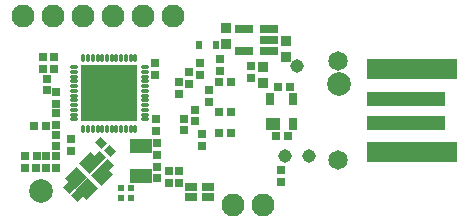
<source format=gts>
%FSLAX24Y24*%
%MOIN*%
G70*
G01*
G75*
G04 Layer_Color=8388736*
%ADD10R,0.0197X0.0236*%
%ADD11R,0.0217X0.0236*%
%ADD12R,0.0394X0.0335*%
%ADD13R,0.0236X0.0335*%
%ADD14R,0.0236X0.0217*%
%ADD15R,0.0315X0.0295*%
%ADD16R,0.0335X0.0256*%
%ADD17R,0.0236X0.0197*%
%ADD18R,0.0709X0.0394*%
%ADD19R,0.0177X0.0177*%
G04:AMPARAMS|DCode=20|XSize=47.2mil|YSize=43.3mil|CornerRadius=0mil|HoleSize=0mil|Usage=FLASHONLY|Rotation=45.000|XOffset=0mil|YOffset=0mil|HoleType=Round|Shape=Rectangle|*
%AMROTATEDRECTD20*
4,1,4,-0.0014,-0.0320,-0.0320,-0.0014,0.0014,0.0320,0.0320,0.0014,-0.0014,-0.0320,0.0*
%
%ADD20ROTATEDRECTD20*%

%ADD21R,0.0256X0.0197*%
%ADD22R,0.0197X0.0256*%
%ADD23O,0.0256X0.0079*%
%ADD24O,0.0079X0.0256*%
%ADD25R,0.1850X0.1850*%
%ADD26R,0.0571X0.0217*%
%ADD27R,0.0571X0.0217*%
%ADD28R,0.2560X0.0400*%
%ADD29R,0.2960X0.0600*%
G04:AMPARAMS|DCode=30|XSize=19.7mil|YSize=23.6mil|CornerRadius=0mil|HoleSize=0mil|Usage=FLASHONLY|Rotation=225.000|XOffset=0mil|YOffset=0mil|HoleType=Round|Shape=Rectangle|*
%AMROTATEDRECTD30*
4,1,4,-0.0014,0.0153,0.0153,-0.0014,0.0014,-0.0153,-0.0153,0.0014,-0.0014,0.0153,0.0*
%
%ADD30ROTATEDRECTD30*%

%ADD31C,0.0394*%
%ADD32R,0.0157X0.0197*%
%ADD33C,0.0150*%
%ADD34C,0.0060*%
%ADD35C,0.0050*%
%ADD36C,0.0100*%
%ADD37C,0.0080*%
%ADD38C,0.0070*%
%ADD39C,0.0090*%
%ADD40C,0.0200*%
%ADD41R,0.0680X0.0410*%
%ADD42C,0.0390*%
%ADD43C,0.0197*%
%ADD44C,0.0118*%
%ADD45C,0.0591*%
%ADD46C,0.0709*%
%ADD47C,0.0240*%
%ADD48C,0.0138*%
%ADD49C,0.0310*%
%ADD50R,0.0551X0.0413*%
%ADD51R,0.0472X0.0433*%
%ADD52C,0.0098*%
%ADD53C,0.0039*%
%ADD54C,0.0079*%
%ADD55C,0.0059*%
%ADD56R,0.0257X0.0296*%
%ADD57R,0.0277X0.0296*%
%ADD58R,0.0454X0.0395*%
%ADD59R,0.0296X0.0395*%
%ADD60R,0.0296X0.0277*%
%ADD61R,0.0375X0.0355*%
%ADD62R,0.0395X0.0316*%
%ADD63R,0.0296X0.0257*%
%ADD64R,0.0769X0.0454*%
%ADD65R,0.0237X0.0237*%
G04:AMPARAMS|DCode=66|XSize=53.2mil|YSize=49.3mil|CornerRadius=0mil|HoleSize=0mil|Usage=FLASHONLY|Rotation=45.000|XOffset=0mil|YOffset=0mil|HoleType=Round|Shape=Rectangle|*
%AMROTATEDRECTD66*
4,1,4,-0.0014,-0.0363,-0.0363,-0.0014,0.0014,0.0363,0.0363,0.0014,-0.0014,-0.0363,0.0*
%
%ADD66ROTATEDRECTD66*%

%ADD67R,0.0316X0.0257*%
%ADD68R,0.0257X0.0316*%
%ADD69O,0.0316X0.0139*%
%ADD70O,0.0139X0.0316*%
%ADD71R,0.1910X0.1910*%
%ADD72R,0.0631X0.0277*%
%ADD73R,0.0631X0.0277*%
%ADD74R,0.2620X0.0460*%
%ADD75R,0.3020X0.0660*%
G04:AMPARAMS|DCode=76|XSize=25.7mil|YSize=29.6mil|CornerRadius=0mil|HoleSize=0mil|Usage=FLASHONLY|Rotation=225.000|XOffset=0mil|YOffset=0mil|HoleType=Round|Shape=Rectangle|*
%AMROTATEDRECTD76*
4,1,4,-0.0014,0.0196,0.0196,-0.0014,0.0014,-0.0196,-0.0196,0.0014,-0.0014,0.0196,0.0*
%
%ADD76ROTATEDRECTD76*%

%ADD77C,0.0787*%
%ADD78R,0.0217X0.0257*%
%ADD79C,0.0450*%
%ADD80C,0.0651*%
%ADD81C,0.0769*%
D56*
X2540Y1637D02*
D03*
Y1243D02*
D03*
X6200Y2857D02*
D03*
Y2463D02*
D03*
X9365Y4637D02*
D03*
Y4243D02*
D03*
X8310Y4877D02*
D03*
Y4483D02*
D03*
X7660Y4737D02*
D03*
Y4343D02*
D03*
X7300Y4437D02*
D03*
Y4043D02*
D03*
X7140Y2493D02*
D03*
Y2887D02*
D03*
X7480Y2793D02*
D03*
Y3187D02*
D03*
X7720Y1973D02*
D03*
Y2367D02*
D03*
X2850Y1637D02*
D03*
Y1243D02*
D03*
X3350Y2207D02*
D03*
Y1813D02*
D03*
X2850Y3057D02*
D03*
Y2663D02*
D03*
X2440Y4533D02*
D03*
Y4927D02*
D03*
X2800Y4533D02*
D03*
Y4927D02*
D03*
X6160Y4354D02*
D03*
Y4747D02*
D03*
X6960Y4107D02*
D03*
Y3713D02*
D03*
X6240Y2067D02*
D03*
Y1673D02*
D03*
Y893D02*
D03*
Y1287D02*
D03*
D57*
X10360Y763D02*
D03*
Y1157D02*
D03*
X7970Y3433D02*
D03*
Y3827D02*
D03*
X6970Y743D02*
D03*
Y1137D02*
D03*
X6610Y743D02*
D03*
Y1137D02*
D03*
D58*
X10085Y2716D02*
D03*
D59*
X10754D02*
D03*
Y3524D02*
D03*
X10006D02*
D03*
D60*
X10647Y3950D02*
D03*
X10253D02*
D03*
X1823Y1640D02*
D03*
X2217D02*
D03*
X10597Y2290D02*
D03*
X10203D02*
D03*
D61*
X9770Y4596D02*
D03*
Y4064D02*
D03*
X8540Y5896D02*
D03*
Y5364D02*
D03*
X10520Y4934D02*
D03*
Y5466D02*
D03*
D62*
X7915Y263D02*
D03*
X7345D02*
D03*
Y597D02*
D03*
X7915D02*
D03*
D63*
X8687Y2400D02*
D03*
X8293D02*
D03*
X8283Y3090D02*
D03*
X8677D02*
D03*
X8283Y4120D02*
D03*
X8677D02*
D03*
X2537Y2640D02*
D03*
X2143D02*
D03*
D64*
X5680Y978D02*
D03*
Y1962D02*
D03*
D65*
X5367Y577D02*
D03*
Y243D02*
D03*
X5033D02*
D03*
Y577D02*
D03*
D66*
X4381Y1002D02*
D03*
X3992Y1392D02*
D03*
X3908Y529D02*
D03*
X3519Y918D02*
D03*
D67*
X1833Y1230D02*
D03*
X2207D02*
D03*
D68*
X2850Y1963D02*
D03*
Y2337D02*
D03*
Y3383D02*
D03*
Y3757D02*
D03*
X2570Y3833D02*
D03*
Y4207D02*
D03*
D69*
X5831Y2864D02*
D03*
Y3021D02*
D03*
Y3179D02*
D03*
Y3336D02*
D03*
Y3494D02*
D03*
Y3651D02*
D03*
Y3809D02*
D03*
Y3966D02*
D03*
Y4124D02*
D03*
Y4281D02*
D03*
Y4439D02*
D03*
Y4596D02*
D03*
X3449D02*
D03*
Y4439D02*
D03*
Y4281D02*
D03*
Y4124D02*
D03*
Y3966D02*
D03*
Y3809D02*
D03*
Y3651D02*
D03*
Y3494D02*
D03*
Y3336D02*
D03*
Y3179D02*
D03*
Y3021D02*
D03*
Y2864D02*
D03*
D70*
X5506Y4921D02*
D03*
X5349D02*
D03*
X5191D02*
D03*
X5034D02*
D03*
X4876D02*
D03*
X4719D02*
D03*
X4561D02*
D03*
X4404D02*
D03*
X4246D02*
D03*
X4089D02*
D03*
X3931D02*
D03*
X3774D02*
D03*
Y2539D02*
D03*
X3931D02*
D03*
X4089D02*
D03*
X4246D02*
D03*
X4404D02*
D03*
X4561D02*
D03*
X4719D02*
D03*
X4876D02*
D03*
X5034D02*
D03*
X5191D02*
D03*
X5349D02*
D03*
X5506D02*
D03*
D71*
X4640Y3730D02*
D03*
D72*
X9973Y5136D02*
D03*
D73*
X9973Y5510D02*
D03*
Y5884D02*
D03*
X9127D02*
D03*
Y5136D02*
D03*
D74*
X14537Y2750D02*
D03*
Y3543D02*
D03*
D75*
X14736Y1770D02*
D03*
Y4528D02*
D03*
D76*
X3559Y291D02*
D03*
X3281Y569D02*
D03*
X4331Y1619D02*
D03*
X4609Y1341D02*
D03*
X4371Y2069D02*
D03*
X4649Y1791D02*
D03*
D77*
X2370Y470D02*
D03*
X12290Y4050D02*
D03*
D78*
X8186Y5340D02*
D03*
X7634D02*
D03*
D79*
X11300Y1650D02*
D03*
X10500D02*
D03*
X10900Y4650D02*
D03*
D80*
X12250Y1490D02*
D03*
Y4800D02*
D03*
D81*
X9750Y0D02*
D03*
X8750D02*
D03*
X1750Y6300D02*
D03*
X2750D02*
D03*
X3750D02*
D03*
X6750D02*
D03*
X4750D02*
D03*
X5750D02*
D03*
M02*

</source>
